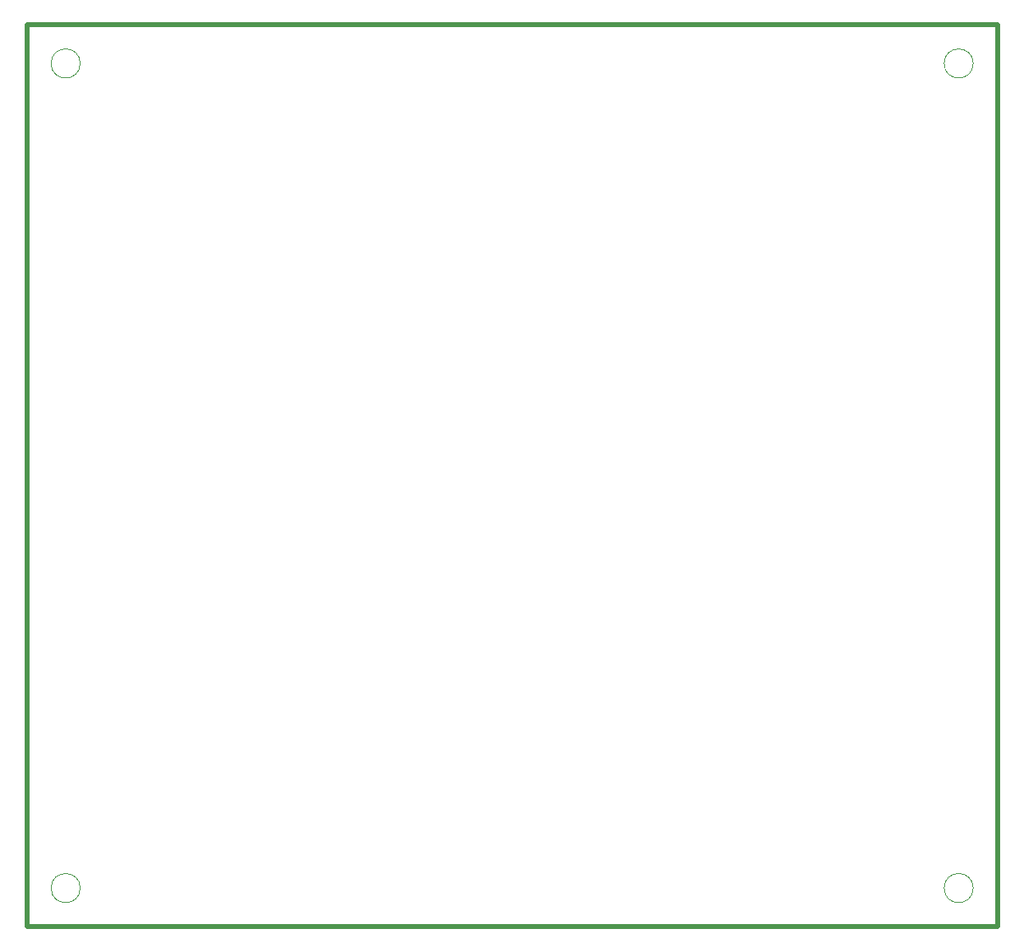
<source format=gbr>
%TF.GenerationSoftware,KiCad,Pcbnew,8.0.8*%
%TF.CreationDate,2025-02-10T11:59:04+01:00*%
%TF.ProjectId,HUB75Adapter,48554237-3541-4646-9170-7465722e6b69,V1.0*%
%TF.SameCoordinates,Original*%
%TF.FileFunction,Profile,NP*%
%FSLAX46Y46*%
G04 Gerber Fmt 4.6, Leading zero omitted, Abs format (unit mm)*
G04 Created by KiCad (PCBNEW 8.0.8) date 2025-02-10 11:59:04*
%MOMM*%
%LPD*%
G01*
G04 APERTURE LIST*
%TA.AperFunction,Profile*%
%ADD10C,0.050000*%
%TD*%
%TA.AperFunction,Profile*%
%ADD11C,0.500000*%
%TD*%
G04 APERTURE END LIST*
D10*
X147500000Y-54000000D02*
G75*
G02*
X144500000Y-54000000I-1500000J0D01*
G01*
X144500000Y-54000000D02*
G75*
G02*
X147500000Y-54000000I1500000J0D01*
G01*
X55500000Y-54000000D02*
G75*
G02*
X52500000Y-54000000I-1500000J0D01*
G01*
X52500000Y-54000000D02*
G75*
G02*
X55500000Y-54000000I1500000J0D01*
G01*
X55500000Y-139000000D02*
G75*
G02*
X52500000Y-139000000I-1500000J0D01*
G01*
X52500000Y-139000000D02*
G75*
G02*
X55500000Y-139000000I1500000J0D01*
G01*
D11*
X50000000Y-50000000D02*
X150000000Y-50000000D01*
X150000000Y-143000000D01*
X50000000Y-143000000D01*
X50000000Y-50000000D01*
D10*
X147500000Y-139000000D02*
G75*
G02*
X144500000Y-139000000I-1500000J0D01*
G01*
X144500000Y-139000000D02*
G75*
G02*
X147500000Y-139000000I1500000J0D01*
G01*
M02*

</source>
